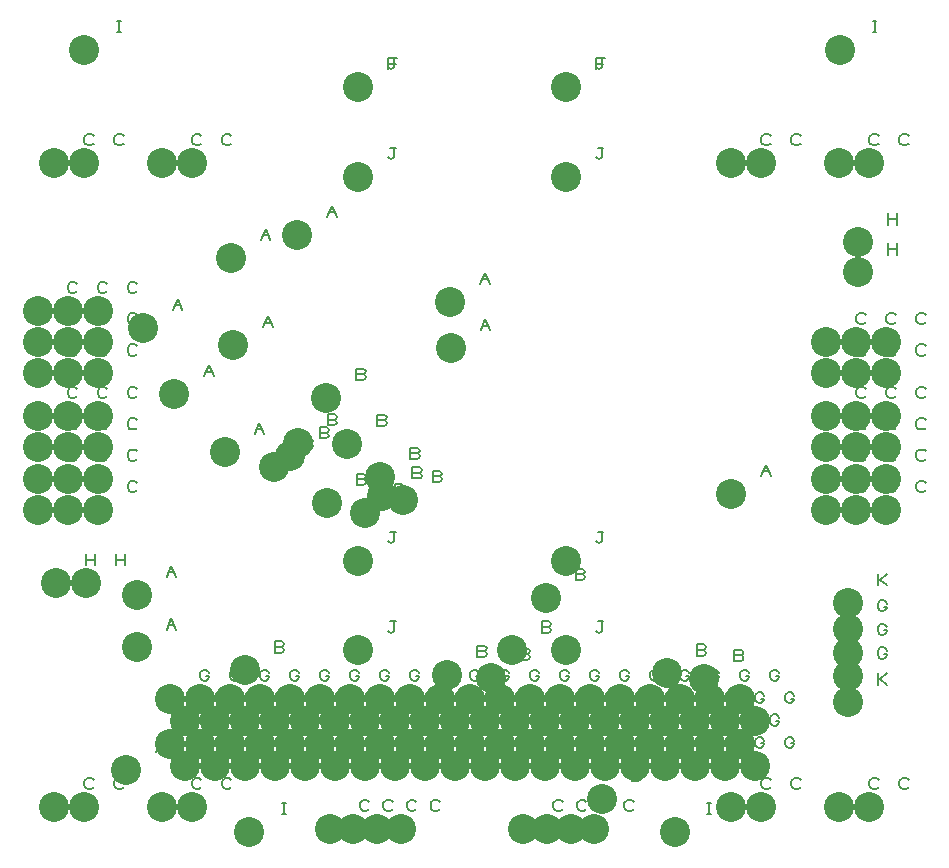
<source format=gbr>
G04 DesignSpark PCB Gerber Version 12.0 Build 5942*
%FSLAX35Y35*%
%MOMM*%
%ADD11C,0.12700*%
%ADD95C,2.54000*%
X0Y0D02*
D02*
D11*
X1105620Y4516930D02*
X1097680Y4508990D01*
X1081800Y4501050D01*
X1057990D01*
X1042120Y4508990D01*
X1034180Y4516930D01*
X1026240Y4532800D01*
Y4564550D01*
X1034180Y4580430D01*
X1042120Y4588370D01*
X1057990Y4596300D01*
X1081800D01*
X1097680Y4588370D01*
X1105620Y4580430D01*
Y4781930D02*
X1097680Y4773990D01*
X1081800Y4766050D01*
X1057990D01*
X1042120Y4773990D01*
X1034180Y4781930D01*
X1026240Y4797800D01*
Y4829550D01*
X1034180Y4845430D01*
X1042120Y4853370D01*
X1057990Y4861300D01*
X1081800D01*
X1097680Y4853370D01*
X1105620Y4845430D01*
Y5046930D02*
X1097680Y5038990D01*
X1081800Y5031050D01*
X1057990D01*
X1042120Y5038990D01*
X1034180Y5046930D01*
X1026240Y5062800D01*
Y5094550D01*
X1034180Y5110430D01*
X1042120Y5118370D01*
X1057990Y5126300D01*
X1081800D01*
X1097680Y5118370D01*
X1105620Y5110430D01*
Y5311930D02*
X1097680Y5303990D01*
X1081800Y5296050D01*
X1057990D01*
X1042120Y5303990D01*
X1034180Y5311930D01*
X1026240Y5327800D01*
Y5359550D01*
X1034180Y5375430D01*
X1042120Y5383370D01*
X1057990Y5391300D01*
X1081800D01*
X1097680Y5383370D01*
X1105620Y5375430D01*
Y5671930D02*
X1097680Y5663990D01*
X1081800Y5656050D01*
X1057990D01*
X1042120Y5663990D01*
X1034180Y5671930D01*
X1026240Y5687800D01*
Y5719550D01*
X1034180Y5735430D01*
X1042120Y5743370D01*
X1057990Y5751300D01*
X1081800D01*
X1097680Y5743370D01*
X1105620Y5735430D01*
Y5936930D02*
X1097680Y5928990D01*
X1081800Y5921050D01*
X1057990D01*
X1042120Y5928990D01*
X1034180Y5936930D01*
X1026240Y5952800D01*
Y5984550D01*
X1034180Y6000430D01*
X1042120Y6008370D01*
X1057990Y6016300D01*
X1081800D01*
X1097680Y6008370D01*
X1105620Y6000430D01*
Y6201930D02*
X1097680Y6193990D01*
X1081800Y6186050D01*
X1057990D01*
X1042120Y6193990D01*
X1034180Y6201930D01*
X1026240Y6217800D01*
Y6249550D01*
X1034180Y6265430D01*
X1042120Y6273370D01*
X1057990Y6281300D01*
X1081800D01*
X1097680Y6273370D01*
X1105620Y6265430D01*
X1248620Y2001930D02*
X1240680Y1993990D01*
X1224800Y1986050D01*
X1200990D01*
X1185120Y1993990D01*
X1177180Y2001930D01*
X1169240Y2017800D01*
Y2049550D01*
X1177180Y2065430D01*
X1185120Y2073370D01*
X1200990Y2081300D01*
X1224800D01*
X1240680Y2073370D01*
X1248620Y2065430D01*
Y7451930D02*
X1240680Y7443990D01*
X1224800Y7436050D01*
X1200990D01*
X1185120Y7443990D01*
X1177180Y7451930D01*
X1169240Y7467800D01*
Y7499550D01*
X1177180Y7515430D01*
X1185120Y7523370D01*
X1200990Y7531300D01*
X1224800D01*
X1240680Y7523370D01*
X1248620Y7515430D01*
X1180240Y3881050D02*
Y3976300D01*
Y3928680D02*
X1259620D01*
Y3881050D02*
Y3976300D01*
X1359620Y4516930D02*
X1351680Y4508990D01*
X1335800Y4501050D01*
X1311990D01*
X1296120Y4508990D01*
X1288180Y4516930D01*
X1280240Y4532800D01*
Y4564550D01*
X1288180Y4580430D01*
X1296120Y4588370D01*
X1311990Y4596300D01*
X1335800D01*
X1351680Y4588370D01*
X1359620Y4580430D01*
Y4781930D02*
X1351680Y4773990D01*
X1335800Y4766050D01*
X1311990D01*
X1296120Y4773990D01*
X1288180Y4781930D01*
X1280240Y4797800D01*
Y4829550D01*
X1288180Y4845430D01*
X1296120Y4853370D01*
X1311990Y4861300D01*
X1335800D01*
X1351680Y4853370D01*
X1359620Y4845430D01*
Y5046930D02*
X1351680Y5038990D01*
X1335800Y5031050D01*
X1311990D01*
X1296120Y5038990D01*
X1288180Y5046930D01*
X1280240Y5062800D01*
Y5094550D01*
X1288180Y5110430D01*
X1296120Y5118370D01*
X1311990Y5126300D01*
X1335800D01*
X1351680Y5118370D01*
X1359620Y5110430D01*
Y5311930D02*
X1351680Y5303990D01*
X1335800Y5296050D01*
X1311990D01*
X1296120Y5303990D01*
X1288180Y5311930D01*
X1280240Y5327800D01*
Y5359550D01*
X1288180Y5375430D01*
X1296120Y5383370D01*
X1311990Y5391300D01*
X1335800D01*
X1351680Y5383370D01*
X1359620Y5375430D01*
Y5671930D02*
X1351680Y5663990D01*
X1335800Y5656050D01*
X1311990D01*
X1296120Y5663990D01*
X1288180Y5671930D01*
X1280240Y5687800D01*
Y5719550D01*
X1288180Y5735430D01*
X1296120Y5743370D01*
X1311990Y5751300D01*
X1335800D01*
X1351680Y5743370D01*
X1359620Y5735430D01*
Y5936930D02*
X1351680Y5928990D01*
X1335800Y5921050D01*
X1311990D01*
X1296120Y5928990D01*
X1288180Y5936930D01*
X1280240Y5952800D01*
Y5984550D01*
X1288180Y6000430D01*
X1296120Y6008370D01*
X1311990Y6016300D01*
X1335800D01*
X1351680Y6008370D01*
X1359620Y6000430D01*
Y6201930D02*
X1351680Y6193990D01*
X1335800Y6186050D01*
X1311990D01*
X1296120Y6193990D01*
X1288180Y6201930D01*
X1280240Y6217800D01*
Y6249550D01*
X1288180Y6265430D01*
X1296120Y6273370D01*
X1311990Y6281300D01*
X1335800D01*
X1351680Y6273370D01*
X1359620Y6265430D01*
X1443050Y8396050D02*
X1474800D01*
X1458930D02*
Y8491300D01*
X1443050D02*
X1474800D01*
X1502620Y2001930D02*
X1494680Y1993990D01*
X1478800Y1986050D01*
X1454990D01*
X1439120Y1993990D01*
X1431180Y2001930D01*
X1423240Y2017800D01*
Y2049550D01*
X1431180Y2065430D01*
X1439120Y2073370D01*
X1454990Y2081300D01*
X1478800D01*
X1494680Y2073370D01*
X1502620Y2065430D01*
Y7451930D02*
X1494680Y7443990D01*
X1478800Y7436050D01*
X1454990D01*
X1439120Y7443990D01*
X1431180Y7451930D01*
X1423240Y7467800D01*
Y7499550D01*
X1431180Y7515430D01*
X1439120Y7523370D01*
X1454990Y7531300D01*
X1478800D01*
X1494680Y7523370D01*
X1502620Y7515430D01*
X1434240Y3881050D02*
Y3976300D01*
Y3928680D02*
X1513620D01*
Y3881050D02*
Y3976300D01*
X1613620Y4516930D02*
X1605680Y4508990D01*
X1589800Y4501050D01*
X1565990D01*
X1550120Y4508990D01*
X1542180Y4516930D01*
X1534240Y4532800D01*
Y4564550D01*
X1542180Y4580430D01*
X1550120Y4588370D01*
X1565990Y4596300D01*
X1589800D01*
X1605680Y4588370D01*
X1613620Y4580430D01*
Y4781930D02*
X1605680Y4773990D01*
X1589800Y4766050D01*
X1565990D01*
X1550120Y4773990D01*
X1542180Y4781930D01*
X1534240Y4797800D01*
Y4829550D01*
X1542180Y4845430D01*
X1550120Y4853370D01*
X1565990Y4861300D01*
X1589800D01*
X1605680Y4853370D01*
X1613620Y4845430D01*
Y5046930D02*
X1605680Y5038990D01*
X1589800Y5031050D01*
X1565990D01*
X1550120Y5038990D01*
X1542180Y5046930D01*
X1534240Y5062800D01*
Y5094550D01*
X1542180Y5110430D01*
X1550120Y5118370D01*
X1565990Y5126300D01*
X1589800D01*
X1605680Y5118370D01*
X1613620Y5110430D01*
Y5311930D02*
X1605680Y5303990D01*
X1589800Y5296050D01*
X1565990D01*
X1550120Y5303990D01*
X1542180Y5311930D01*
X1534240Y5327800D01*
Y5359550D01*
X1542180Y5375430D01*
X1550120Y5383370D01*
X1565990Y5391300D01*
X1589800D01*
X1605680Y5383370D01*
X1613620Y5375430D01*
Y5671930D02*
X1605680Y5663990D01*
X1589800Y5656050D01*
X1565990D01*
X1550120Y5663990D01*
X1542180Y5671930D01*
X1534240Y5687800D01*
Y5719550D01*
X1542180Y5735430D01*
X1550120Y5743370D01*
X1565990Y5751300D01*
X1589800D01*
X1605680Y5743370D01*
X1613620Y5735430D01*
Y5936930D02*
X1605680Y5928990D01*
X1589800Y5921050D01*
X1565990D01*
X1550120Y5928990D01*
X1542180Y5936930D01*
X1534240Y5952800D01*
Y5984550D01*
X1542180Y6000430D01*
X1550120Y6008370D01*
X1565990Y6016300D01*
X1589800D01*
X1605680Y6008370D01*
X1613620Y6000430D01*
Y6201930D02*
X1605680Y6193990D01*
X1589800Y6186050D01*
X1565990D01*
X1550120Y6193990D01*
X1542180Y6201930D01*
X1534240Y6217800D01*
Y6249550D01*
X1542180Y6265430D01*
X1550120Y6273370D01*
X1565990Y6281300D01*
X1589800D01*
X1605680Y6273370D01*
X1613620Y6265430D01*
X1774240Y2301050D02*
X1813930Y2396300D01*
X1853620Y2301050D01*
X1790120Y2340740D02*
X1837740D01*
X1864240Y3336050D02*
X1903930Y3431300D01*
X1943620Y3336050D01*
X1880120Y3375740D02*
X1927740D01*
X1864240Y3781050D02*
X1903930Y3876300D01*
X1943620Y3781050D01*
X1880120Y3820740D02*
X1927740D01*
X1919240Y6041050D02*
X1958930Y6136300D01*
X1998620Y6041050D01*
X1935120Y6080740D02*
X1982740D01*
X2158620Y2001930D02*
X2150680Y1993990D01*
X2134800Y1986050D01*
X2110990D01*
X2095120Y1993990D01*
X2087180Y2001930D01*
X2079240Y2017800D01*
Y2049550D01*
X2087180Y2065430D01*
X2095120Y2073370D01*
X2110990Y2081300D01*
X2134800D01*
X2150680Y2073370D01*
X2158620Y2065430D01*
Y7451930D02*
X2150680Y7443990D01*
X2134800Y7436050D01*
X2110990D01*
X2095120Y7443990D01*
X2087180Y7451930D01*
X2079240Y7467800D01*
Y7499550D01*
X2087180Y7515430D01*
X2095120Y7523370D01*
X2110990Y7531300D01*
X2134800D01*
X2150680Y7523370D01*
X2158620Y7515430D01*
X2201950Y2562240D02*
X2225770D01*
Y2554300D01*
X2217830Y2538430D01*
X2209890Y2530490D01*
X2194020Y2522550D01*
X2178140D01*
X2162270Y2530490D01*
X2154330Y2538430D01*
X2146390Y2554300D01*
Y2586050D01*
X2154330Y2601930D01*
X2162270Y2609870D01*
X2178140Y2617800D01*
X2194020D01*
X2209890Y2609870D01*
X2217830Y2601930D01*
X2225770Y2586050D01*
X2201950Y2942240D02*
X2225770D01*
Y2934300D01*
X2217830Y2918430D01*
X2209890Y2910490D01*
X2194020Y2902550D01*
X2178140D01*
X2162270Y2910490D01*
X2154330Y2918430D01*
X2146390Y2934300D01*
Y2966050D01*
X2154330Y2981930D01*
X2162270Y2989870D01*
X2178140Y2997800D01*
X2194020D01*
X2209890Y2989870D01*
X2217830Y2981930D01*
X2225770Y2966050D01*
X2184240Y5481050D02*
X2223930Y5576300D01*
X2263620Y5481050D01*
X2200120Y5520740D02*
X2247740D01*
X2328950Y2372240D02*
X2352770D01*
Y2364300D01*
X2344830Y2348430D01*
X2336890Y2340490D01*
X2321020Y2332550D01*
X2305140D01*
X2289270Y2340490D01*
X2281330Y2348430D01*
X2273390Y2364300D01*
Y2396050D01*
X2281330Y2411930D01*
X2289270Y2419870D01*
X2305140Y2427800D01*
X2321020D01*
X2336890Y2419870D01*
X2344830Y2411930D01*
X2352770Y2396050D01*
X2328950Y2752240D02*
X2352770D01*
Y2744300D01*
X2344830Y2728430D01*
X2336890Y2720490D01*
X2321020Y2712550D01*
X2305140D01*
X2289270Y2720490D01*
X2281330Y2728430D01*
X2273390Y2744300D01*
Y2776050D01*
X2281330Y2791930D01*
X2289270Y2799870D01*
X2305140Y2807800D01*
X2321020D01*
X2336890Y2799870D01*
X2344830Y2791930D01*
X2352770Y2776050D01*
X2412620Y2001930D02*
X2404680Y1993990D01*
X2388800Y1986050D01*
X2364990D01*
X2349120Y1993990D01*
X2341180Y2001930D01*
X2333240Y2017800D01*
Y2049550D01*
X2341180Y2065430D01*
X2349120Y2073370D01*
X2364990Y2081300D01*
X2388800D01*
X2404680Y2073370D01*
X2412620Y2065430D01*
Y7451930D02*
X2404680Y7443990D01*
X2388800Y7436050D01*
X2364990D01*
X2349120Y7443990D01*
X2341180Y7451930D01*
X2333240Y7467800D01*
Y7499550D01*
X2341180Y7515430D01*
X2349120Y7523370D01*
X2364990Y7531300D01*
X2388800D01*
X2404680Y7523370D01*
X2412620Y7515430D01*
X2455950Y2562240D02*
X2479770D01*
Y2554300D01*
X2471830Y2538430D01*
X2463890Y2530490D01*
X2448020Y2522550D01*
X2432140D01*
X2416270Y2530490D01*
X2408330Y2538430D01*
X2400390Y2554300D01*
Y2586050D01*
X2408330Y2601930D01*
X2416270Y2609870D01*
X2432140Y2617800D01*
X2448020D01*
X2463890Y2609870D01*
X2471830Y2601930D01*
X2479770Y2586050D01*
X2455950Y2942240D02*
X2479770D01*
Y2934300D01*
X2471830Y2918430D01*
X2463890Y2910490D01*
X2448020Y2902550D01*
X2432140D01*
X2416270Y2910490D01*
X2408330Y2918430D01*
X2400390Y2934300D01*
Y2966050D01*
X2408330Y2981930D01*
X2416270Y2989870D01*
X2432140Y2997800D01*
X2448020D01*
X2463890Y2989870D01*
X2471830Y2981930D01*
X2479770Y2966050D01*
X2582950Y2372240D02*
X2606770D01*
Y2364300D01*
X2598830Y2348430D01*
X2590890Y2340490D01*
X2575020Y2332550D01*
X2559140D01*
X2543270Y2340490D01*
X2535330Y2348430D01*
X2527390Y2364300D01*
Y2396050D01*
X2535330Y2411930D01*
X2543270Y2419870D01*
X2559140Y2427800D01*
X2575020D01*
X2590890Y2419870D01*
X2598830Y2411930D01*
X2606770Y2396050D01*
X2582950Y2752240D02*
X2606770D01*
Y2744300D01*
X2598830Y2728430D01*
X2590890Y2720490D01*
X2575020Y2712550D01*
X2559140D01*
X2543270Y2720490D01*
X2535330Y2728430D01*
X2527390Y2744300D01*
Y2776050D01*
X2535330Y2791930D01*
X2543270Y2799870D01*
X2559140Y2807800D01*
X2575020D01*
X2590890Y2799870D01*
X2598830Y2791930D01*
X2606770Y2776050D01*
X2609240Y4991050D02*
X2648930Y5086300D01*
X2688620Y4991050D01*
X2625120Y5030740D02*
X2672740D01*
X2709950Y2562240D02*
X2733770D01*
Y2554300D01*
X2725830Y2538430D01*
X2717890Y2530490D01*
X2702020Y2522550D01*
X2686140D01*
X2670270Y2530490D01*
X2662330Y2538430D01*
X2654390Y2554300D01*
Y2586050D01*
X2662330Y2601930D01*
X2670270Y2609870D01*
X2686140Y2617800D01*
X2702020D01*
X2717890Y2609870D01*
X2725830Y2601930D01*
X2733770Y2586050D01*
X2709950Y2942240D02*
X2733770D01*
Y2934300D01*
X2725830Y2918430D01*
X2717890Y2910490D01*
X2702020Y2902550D01*
X2686140D01*
X2670270Y2910490D01*
X2662330Y2918430D01*
X2654390Y2934300D01*
Y2966050D01*
X2662330Y2981930D01*
X2670270Y2989870D01*
X2686140Y2997800D01*
X2702020D01*
X2717890Y2989870D01*
X2725830Y2981930D01*
X2733770Y2966050D01*
X2664240Y6636050D02*
X2703930Y6731300D01*
X2743620Y6636050D01*
X2680120Y6675740D02*
X2727740D01*
X2684240Y5896050D02*
X2723930Y5991300D01*
X2763620Y5896050D01*
X2700120Y5935740D02*
X2747740D01*
X2836950Y2372240D02*
X2860770D01*
Y2364300D01*
X2852830Y2348430D01*
X2844890Y2340490D01*
X2829020Y2332550D01*
X2813140D01*
X2797270Y2340490D01*
X2789330Y2348430D01*
X2781390Y2364300D01*
Y2396050D01*
X2789330Y2411930D01*
X2797270Y2419870D01*
X2813140Y2427800D01*
X2829020D01*
X2844890Y2419870D01*
X2852830Y2411930D01*
X2860770Y2396050D01*
X2836950Y2752240D02*
X2860770D01*
Y2744300D01*
X2852830Y2728430D01*
X2844890Y2720490D01*
X2829020Y2712550D01*
X2813140D01*
X2797270Y2720490D01*
X2789330Y2728430D01*
X2781390Y2744300D01*
Y2776050D01*
X2789330Y2791930D01*
X2797270Y2799870D01*
X2813140Y2807800D01*
X2829020D01*
X2844890Y2799870D01*
X2852830Y2791930D01*
X2860770Y2776050D01*
X2836950Y3188680D02*
X2852830Y3180740D01*
X2860770Y3164870D01*
X2852830Y3148990D01*
X2836950Y3141050D01*
X2781390D01*
Y3236300D01*
X2836950D01*
X2852830Y3228370D01*
X2860770Y3212490D01*
X2852830Y3196620D01*
X2836950Y3188680D01*
X2781390D01*
X2843050Y1771050D02*
X2874800D01*
X2858930D02*
Y1866300D01*
X2843050D02*
X2874800D01*
X2963950Y2562240D02*
X2987770D01*
Y2554300D01*
X2979830Y2538430D01*
X2971890Y2530490D01*
X2956020Y2522550D01*
X2940140D01*
X2924270Y2530490D01*
X2916330Y2538430D01*
X2908390Y2554300D01*
Y2586050D01*
X2916330Y2601930D01*
X2924270Y2609870D01*
X2940140Y2617800D01*
X2956020D01*
X2971890Y2609870D01*
X2979830Y2601930D01*
X2987770Y2586050D01*
X2963950Y2942240D02*
X2987770D01*
Y2934300D01*
X2979830Y2918430D01*
X2971890Y2910490D01*
X2956020Y2902550D01*
X2940140D01*
X2924270Y2910490D01*
X2916330Y2918430D01*
X2908390Y2934300D01*
Y2966050D01*
X2916330Y2981930D01*
X2924270Y2989870D01*
X2940140Y2997800D01*
X2956020D01*
X2971890Y2989870D01*
X2979830Y2981930D01*
X2987770Y2966050D01*
X3079800Y4913680D02*
X3095680Y4905740D01*
X3103620Y4889870D01*
X3095680Y4873990D01*
X3079800Y4866050D01*
X3024240D01*
Y4961300D01*
X3079800D01*
X3095680Y4953370D01*
X3103620Y4937490D01*
X3095680Y4921620D01*
X3079800Y4913680D01*
X3024240D01*
X3090950Y2372240D02*
X3114770D01*
Y2364300D01*
X3106830Y2348430D01*
X3098890Y2340490D01*
X3083020Y2332550D01*
X3067140D01*
X3051270Y2340490D01*
X3043330Y2348430D01*
X3035390Y2364300D01*
Y2396050D01*
X3043330Y2411930D01*
X3051270Y2419870D01*
X3067140Y2427800D01*
X3083020D01*
X3098890Y2419870D01*
X3106830Y2411930D01*
X3114770Y2396050D01*
X3090950Y2752240D02*
X3114770D01*
Y2744300D01*
X3106830Y2728430D01*
X3098890Y2720490D01*
X3083020Y2712550D01*
X3067140D01*
X3051270Y2720490D01*
X3043330Y2728430D01*
X3035390Y2744300D01*
Y2776050D01*
X3043330Y2791930D01*
X3051270Y2799870D01*
X3067140Y2807800D01*
X3083020D01*
X3098890Y2799870D01*
X3106830Y2791930D01*
X3114770Y2776050D01*
X3214800Y5003680D02*
X3230680Y4995740D01*
X3238620Y4979870D01*
X3230680Y4963990D01*
X3214800Y4956050D01*
X3159240D01*
Y5051300D01*
X3214800D01*
X3230680Y5043370D01*
X3238620Y5027490D01*
X3230680Y5011620D01*
X3214800Y5003680D01*
X3159240D01*
X3217950Y2562240D02*
X3241770D01*
Y2554300D01*
X3233830Y2538430D01*
X3225890Y2530490D01*
X3210020Y2522550D01*
X3194140D01*
X3178270Y2530490D01*
X3170330Y2538430D01*
X3162390Y2554300D01*
Y2586050D01*
X3170330Y2601930D01*
X3178270Y2609870D01*
X3194140Y2617800D01*
X3210020D01*
X3225890Y2609870D01*
X3233830Y2601930D01*
X3241770Y2586050D01*
X3217950Y2942240D02*
X3241770D01*
Y2934300D01*
X3233830Y2918430D01*
X3225890Y2910490D01*
X3210020Y2902550D01*
X3194140D01*
X3178270Y2910490D01*
X3170330Y2918430D01*
X3162390Y2934300D01*
Y2966050D01*
X3170330Y2981930D01*
X3178270Y2989870D01*
X3194140Y2997800D01*
X3210020D01*
X3225890Y2989870D01*
X3233830Y2981930D01*
X3241770Y2966050D01*
X3224240Y6831050D02*
X3263930Y6926300D01*
X3303620Y6831050D01*
X3240120Y6870740D02*
X3287740D01*
X3284800Y5113680D02*
X3300680Y5105740D01*
X3308620Y5089870D01*
X3300680Y5073990D01*
X3284800Y5066050D01*
X3229240D01*
Y5161300D01*
X3284800D01*
X3300680Y5153370D01*
X3308620Y5137490D01*
X3300680Y5121620D01*
X3284800Y5113680D01*
X3229240D01*
X3344950Y2372240D02*
X3368770D01*
Y2364300D01*
X3360830Y2348430D01*
X3352890Y2340490D01*
X3337020Y2332550D01*
X3321140D01*
X3305270Y2340490D01*
X3297330Y2348430D01*
X3289390Y2364300D01*
Y2396050D01*
X3297330Y2411930D01*
X3305270Y2419870D01*
X3321140Y2427800D01*
X3337020D01*
X3352890Y2419870D01*
X3360830Y2411930D01*
X3368770Y2396050D01*
X3344950Y2752240D02*
X3368770D01*
Y2744300D01*
X3360830Y2728430D01*
X3352890Y2720490D01*
X3337020Y2712550D01*
X3321140D01*
X3305270Y2720490D01*
X3297330Y2728430D01*
X3289390Y2744300D01*
Y2776050D01*
X3297330Y2791930D01*
X3305270Y2799870D01*
X3321140Y2807800D01*
X3337020D01*
X3352890Y2799870D01*
X3360830Y2791930D01*
X3368770Y2776050D01*
X3471950Y2562240D02*
X3495770D01*
Y2554300D01*
X3487830Y2538430D01*
X3479890Y2530490D01*
X3464020Y2522550D01*
X3448140D01*
X3432270Y2530490D01*
X3424330Y2538430D01*
X3416390Y2554300D01*
Y2586050D01*
X3424330Y2601930D01*
X3432270Y2609870D01*
X3448140Y2617800D01*
X3464020D01*
X3479890Y2609870D01*
X3487830Y2601930D01*
X3495770Y2586050D01*
X3471950Y2942240D02*
X3495770D01*
Y2934300D01*
X3487830Y2918430D01*
X3479890Y2910490D01*
X3464020Y2902550D01*
X3448140D01*
X3432270Y2910490D01*
X3424330Y2918430D01*
X3416390Y2934300D01*
Y2966050D01*
X3424330Y2981930D01*
X3432270Y2989870D01*
X3448140Y2997800D01*
X3464020D01*
X3479890Y2989870D01*
X3487830Y2981930D01*
X3495770Y2966050D01*
X3524800Y5498680D02*
X3540680Y5490740D01*
X3548620Y5474870D01*
X3540680Y5458990D01*
X3524800Y5451050D01*
X3469240D01*
Y5546300D01*
X3524800D01*
X3540680Y5538370D01*
X3548620Y5522490D01*
X3540680Y5506620D01*
X3524800Y5498680D01*
X3469240D01*
X3529800Y4608680D02*
X3545680Y4600740D01*
X3553620Y4584870D01*
X3545680Y4568990D01*
X3529800Y4561050D01*
X3474240D01*
Y4656300D01*
X3529800D01*
X3545680Y4648370D01*
X3553620Y4632490D01*
X3545680Y4616620D01*
X3529800Y4608680D01*
X3474240D01*
X3578620Y1816930D02*
X3570680Y1808990D01*
X3554800Y1801050D01*
X3530990D01*
X3515120Y1808990D01*
X3507180Y1816930D01*
X3499240Y1832800D01*
Y1864550D01*
X3507180Y1880430D01*
X3515120Y1888370D01*
X3530990Y1896300D01*
X3554800D01*
X3570680Y1888370D01*
X3578620Y1880430D01*
X3598950Y2372240D02*
X3622770D01*
Y2364300D01*
X3614830Y2348430D01*
X3606890Y2340490D01*
X3591020Y2332550D01*
X3575140D01*
X3559270Y2340490D01*
X3551330Y2348430D01*
X3543390Y2364300D01*
Y2396050D01*
X3551330Y2411930D01*
X3559270Y2419870D01*
X3575140Y2427800D01*
X3591020D01*
X3606890Y2419870D01*
X3614830Y2411930D01*
X3622770Y2396050D01*
X3598950Y2752240D02*
X3622770D01*
Y2744300D01*
X3614830Y2728430D01*
X3606890Y2720490D01*
X3591020Y2712550D01*
X3575140D01*
X3559270Y2720490D01*
X3551330Y2728430D01*
X3543390Y2744300D01*
Y2776050D01*
X3551330Y2791930D01*
X3559270Y2799870D01*
X3575140Y2807800D01*
X3591020D01*
X3606890Y2799870D01*
X3614830Y2791930D01*
X3622770Y2776050D01*
X3704800Y5108680D02*
X3720680Y5100740D01*
X3728620Y5084870D01*
X3720680Y5068990D01*
X3704800Y5061050D01*
X3649240D01*
Y5156300D01*
X3704800D01*
X3720680Y5148370D01*
X3728620Y5132490D01*
X3720680Y5116620D01*
X3704800Y5108680D01*
X3649240D01*
X3725950Y2562240D02*
X3749770D01*
Y2554300D01*
X3741830Y2538430D01*
X3733890Y2530490D01*
X3718020Y2522550D01*
X3702140D01*
X3686270Y2530490D01*
X3678330Y2538430D01*
X3670390Y2554300D01*
Y2586050D01*
X3678330Y2601930D01*
X3686270Y2609870D01*
X3702140Y2617800D01*
X3718020D01*
X3733890Y2609870D01*
X3741830Y2601930D01*
X3749770Y2586050D01*
X3725950Y2942240D02*
X3749770D01*
Y2934300D01*
X3741830Y2918430D01*
X3733890Y2910490D01*
X3718020Y2902550D01*
X3702140D01*
X3686270Y2910490D01*
X3678330Y2918430D01*
X3670390Y2934300D01*
Y2966050D01*
X3678330Y2981930D01*
X3686270Y2989870D01*
X3702140Y2997800D01*
X3718020D01*
X3733890Y2989870D01*
X3741830Y2981930D01*
X3749770Y2966050D01*
X3778620Y1816930D02*
X3770680Y1808990D01*
X3754800Y1801050D01*
X3730990D01*
X3715120Y1808990D01*
X3707180Y1816930D01*
X3699240Y1832800D01*
Y1864550D01*
X3707180Y1880430D01*
X3715120Y1888370D01*
X3730990Y1896300D01*
X3754800D01*
X3770680Y1888370D01*
X3778620Y1880430D01*
X3739240Y3326930D02*
X3747180Y3318990D01*
X3763050Y3311050D01*
X3778930Y3318990D01*
X3786870Y3326930D01*
Y3406300D01*
X3802740D01*
X3786870D02*
X3755120D01*
X3739240Y4086930D02*
X3747180Y4078990D01*
X3763050Y4071050D01*
X3778930Y4078990D01*
X3786870Y4086930D01*
Y4166300D01*
X3802740D01*
X3786870D02*
X3755120D01*
X3739240Y7336930D02*
X3747180Y7328990D01*
X3763050Y7321050D01*
X3778930Y7328990D01*
X3786870Y7336930D01*
Y7416300D01*
X3802740D01*
X3786870D02*
X3755120D01*
X3739240Y8096930D02*
X3747180Y8088990D01*
X3763050Y8081050D01*
X3778930Y8088990D01*
X3786870Y8096930D01*
Y8176300D01*
X3802740D01*
X3786870D02*
X3755120D01*
X3739240Y8081050D02*
Y8176300D01*
X3818620D01*
X3802740Y8128680D02*
X3739240D01*
X3849800Y4518680D02*
X3865680Y4510740D01*
X3873620Y4494870D01*
X3865680Y4478990D01*
X3849800Y4471050D01*
X3794240D01*
Y4566300D01*
X3849800D01*
X3865680Y4558370D01*
X3873620Y4542490D01*
X3865680Y4526620D01*
X3849800Y4518680D01*
X3794240D01*
X3852950Y2372240D02*
X3876770D01*
Y2364300D01*
X3868830Y2348430D01*
X3860890Y2340490D01*
X3845020Y2332550D01*
X3829140D01*
X3813270Y2340490D01*
X3805330Y2348430D01*
X3797390Y2364300D01*
Y2396050D01*
X3805330Y2411930D01*
X3813270Y2419870D01*
X3829140Y2427800D01*
X3845020D01*
X3860890Y2419870D01*
X3868830Y2411930D01*
X3876770Y2396050D01*
X3852950Y2752240D02*
X3876770D01*
Y2744300D01*
X3868830Y2728430D01*
X3860890Y2720490D01*
X3845020Y2712550D01*
X3829140D01*
X3813270Y2720490D01*
X3805330Y2728430D01*
X3797390Y2744300D01*
Y2776050D01*
X3805330Y2791930D01*
X3813270Y2799870D01*
X3829140Y2807800D01*
X3845020D01*
X3860890Y2799870D01*
X3868830Y2791930D01*
X3876770Y2776050D01*
X3978620Y1816930D02*
X3970680Y1808990D01*
X3954800Y1801050D01*
X3930990D01*
X3915120Y1808990D01*
X3907180Y1816930D01*
X3899240Y1832800D01*
Y1864550D01*
X3907180Y1880430D01*
X3915120Y1888370D01*
X3930990Y1896300D01*
X3954800D01*
X3970680Y1888370D01*
X3978620Y1880430D01*
X3979950Y2562240D02*
X4003770D01*
Y2554300D01*
X3995830Y2538430D01*
X3987890Y2530490D01*
X3972020Y2522550D01*
X3956140D01*
X3940270Y2530490D01*
X3932330Y2538430D01*
X3924390Y2554300D01*
Y2586050D01*
X3932330Y2601930D01*
X3940270Y2609870D01*
X3956140Y2617800D01*
X3972020D01*
X3987890Y2609870D01*
X3995830Y2601930D01*
X4003770Y2586050D01*
X3979950Y2942240D02*
X4003770D01*
Y2934300D01*
X3995830Y2918430D01*
X3987890Y2910490D01*
X3972020Y2902550D01*
X3956140D01*
X3940270Y2910490D01*
X3932330Y2918430D01*
X3924390Y2934300D01*
Y2966050D01*
X3932330Y2981930D01*
X3940270Y2989870D01*
X3956140Y2997800D01*
X3972020D01*
X3987890Y2989870D01*
X3995830Y2981930D01*
X4003770Y2966050D01*
X3984800Y4828680D02*
X4000680Y4820740D01*
X4008620Y4804870D01*
X4000680Y4788990D01*
X3984800Y4781050D01*
X3929240D01*
Y4876300D01*
X3984800D01*
X4000680Y4868370D01*
X4008620Y4852490D01*
X4000680Y4836620D01*
X3984800Y4828680D01*
X3929240D01*
X3999800Y4663680D02*
X4015680Y4655740D01*
X4023620Y4639870D01*
X4015680Y4623990D01*
X3999800Y4616050D01*
X3944240D01*
Y4711300D01*
X3999800D01*
X4015680Y4703370D01*
X4023620Y4687490D01*
X4015680Y4671620D01*
X3999800Y4663680D01*
X3944240D01*
X4106950Y2372240D02*
X4130770D01*
Y2364300D01*
X4122830Y2348430D01*
X4114890Y2340490D01*
X4099020Y2332550D01*
X4083140D01*
X4067270Y2340490D01*
X4059330Y2348430D01*
X4051390Y2364300D01*
Y2396050D01*
X4059330Y2411930D01*
X4067270Y2419870D01*
X4083140Y2427800D01*
X4099020D01*
X4114890Y2419870D01*
X4122830Y2411930D01*
X4130770Y2396050D01*
X4106950Y2752240D02*
X4130770D01*
Y2744300D01*
X4122830Y2728430D01*
X4114890Y2720490D01*
X4099020Y2712550D01*
X4083140D01*
X4067270Y2720490D01*
X4059330Y2728430D01*
X4051390Y2744300D01*
Y2776050D01*
X4059330Y2791930D01*
X4067270Y2799870D01*
X4083140Y2807800D01*
X4099020D01*
X4114890Y2799870D01*
X4122830Y2791930D01*
X4130770Y2776050D01*
X4178620Y1816930D02*
X4170680Y1808990D01*
X4154800Y1801050D01*
X4130990D01*
X4115120Y1808990D01*
X4107180Y1816930D01*
X4099240Y1832800D01*
Y1864550D01*
X4107180Y1880430D01*
X4115120Y1888370D01*
X4130990Y1896300D01*
X4154800D01*
X4170680Y1888370D01*
X4178620Y1880430D01*
X4174800Y4633680D02*
X4190680Y4625740D01*
X4198620Y4609870D01*
X4190680Y4593990D01*
X4174800Y4586050D01*
X4119240D01*
Y4681300D01*
X4174800D01*
X4190680Y4673370D01*
X4198620Y4657490D01*
X4190680Y4641620D01*
X4174800Y4633680D01*
X4119240D01*
X4233950Y2562240D02*
X4257770D01*
Y2554300D01*
X4249830Y2538430D01*
X4241890Y2530490D01*
X4226020Y2522550D01*
X4210140D01*
X4194270Y2530490D01*
X4186330Y2538430D01*
X4178390Y2554300D01*
Y2586050D01*
X4186330Y2601930D01*
X4194270Y2609870D01*
X4210140Y2617800D01*
X4226020D01*
X4241890Y2609870D01*
X4249830Y2601930D01*
X4257770Y2586050D01*
X4233950Y2942240D02*
X4257770D01*
Y2934300D01*
X4249830Y2918430D01*
X4241890Y2910490D01*
X4226020Y2902550D01*
X4210140D01*
X4194270Y2910490D01*
X4186330Y2918430D01*
X4178390Y2934300D01*
Y2966050D01*
X4186330Y2981930D01*
X4194270Y2989870D01*
X4210140Y2997800D01*
X4226020D01*
X4241890Y2989870D01*
X4249830Y2981930D01*
X4257770Y2966050D01*
X4360950Y2372240D02*
X4384770D01*
Y2364300D01*
X4376830Y2348430D01*
X4368890Y2340490D01*
X4353020Y2332550D01*
X4337140D01*
X4321270Y2340490D01*
X4313330Y2348430D01*
X4305390Y2364300D01*
Y2396050D01*
X4313330Y2411930D01*
X4321270Y2419870D01*
X4337140Y2427800D01*
X4353020D01*
X4368890Y2419870D01*
X4376830Y2411930D01*
X4384770Y2396050D01*
X4360950Y2752240D02*
X4384770D01*
Y2744300D01*
X4376830Y2728430D01*
X4368890Y2720490D01*
X4353020Y2712550D01*
X4337140D01*
X4321270Y2720490D01*
X4313330Y2728430D01*
X4305390Y2744300D01*
Y2776050D01*
X4313330Y2791930D01*
X4321270Y2799870D01*
X4337140Y2807800D01*
X4353020D01*
X4368890Y2799870D01*
X4376830Y2791930D01*
X4384770Y2776050D01*
X4487950Y2562240D02*
X4511770D01*
Y2554300D01*
X4503830Y2538430D01*
X4495890Y2530490D01*
X4480020Y2522550D01*
X4464140D01*
X4448270Y2530490D01*
X4440330Y2538430D01*
X4432390Y2554300D01*
Y2586050D01*
X4440330Y2601930D01*
X4448270Y2609870D01*
X4464140Y2617800D01*
X4480020D01*
X4495890Y2609870D01*
X4503830Y2601930D01*
X4511770Y2586050D01*
X4487950Y2942240D02*
X4511770D01*
Y2934300D01*
X4503830Y2918430D01*
X4495890Y2910490D01*
X4480020Y2902550D01*
X4464140D01*
X4448270Y2910490D01*
X4440330Y2918430D01*
X4432390Y2934300D01*
Y2966050D01*
X4440330Y2981930D01*
X4448270Y2989870D01*
X4464140Y2997800D01*
X4480020D01*
X4495890Y2989870D01*
X4503830Y2981930D01*
X4511770Y2966050D01*
X4549800Y3153680D02*
X4565680Y3145740D01*
X4573620Y3129870D01*
X4565680Y3113990D01*
X4549800Y3106050D01*
X4494240D01*
Y3201300D01*
X4549800D01*
X4565680Y3193370D01*
X4573620Y3177490D01*
X4565680Y3161620D01*
X4549800Y3153680D01*
X4494240D01*
X4519240Y6261050D02*
X4558930Y6356300D01*
X4598620Y6261050D01*
X4535120Y6300740D02*
X4582740D01*
X4524240Y5871050D02*
X4563930Y5966300D01*
X4603620Y5871050D01*
X4540120Y5910740D02*
X4587740D01*
X4614950Y2372240D02*
X4638770D01*
Y2364300D01*
X4630830Y2348430D01*
X4622890Y2340490D01*
X4607020Y2332550D01*
X4591140D01*
X4575270Y2340490D01*
X4567330Y2348430D01*
X4559390Y2364300D01*
Y2396050D01*
X4567330Y2411930D01*
X4575270Y2419870D01*
X4591140Y2427800D01*
X4607020D01*
X4622890Y2419870D01*
X4630830Y2411930D01*
X4638770Y2396050D01*
X4614950Y2752240D02*
X4638770D01*
Y2744300D01*
X4630830Y2728430D01*
X4622890Y2720490D01*
X4607020Y2712550D01*
X4591140D01*
X4575270Y2720490D01*
X4567330Y2728430D01*
X4559390Y2744300D01*
Y2776050D01*
X4567330Y2791930D01*
X4575270Y2799870D01*
X4591140Y2807800D01*
X4607020D01*
X4622890Y2799870D01*
X4630830Y2791930D01*
X4638770Y2776050D01*
X4741950Y2562240D02*
X4765770D01*
Y2554300D01*
X4757830Y2538430D01*
X4749890Y2530490D01*
X4734020Y2522550D01*
X4718140D01*
X4702270Y2530490D01*
X4694330Y2538430D01*
X4686390Y2554300D01*
Y2586050D01*
X4694330Y2601930D01*
X4702270Y2609870D01*
X4718140Y2617800D01*
X4734020D01*
X4749890Y2609870D01*
X4757830Y2601930D01*
X4765770Y2586050D01*
X4741950Y2942240D02*
X4765770D01*
Y2934300D01*
X4757830Y2918430D01*
X4749890Y2910490D01*
X4734020Y2902550D01*
X4718140D01*
X4702270Y2910490D01*
X4694330Y2918430D01*
X4686390Y2934300D01*
Y2966050D01*
X4694330Y2981930D01*
X4702270Y2989870D01*
X4718140Y2997800D01*
X4734020D01*
X4749890Y2989870D01*
X4757830Y2981930D01*
X4765770Y2966050D01*
X4868950Y2372240D02*
X4892770D01*
Y2364300D01*
X4884830Y2348430D01*
X4876890Y2340490D01*
X4861020Y2332550D01*
X4845140D01*
X4829270Y2340490D01*
X4821330Y2348430D01*
X4813390Y2364300D01*
Y2396050D01*
X4821330Y2411930D01*
X4829270Y2419870D01*
X4845140Y2427800D01*
X4861020D01*
X4876890Y2419870D01*
X4884830Y2411930D01*
X4892770Y2396050D01*
X4868950Y2752240D02*
X4892770D01*
Y2744300D01*
X4884830Y2728430D01*
X4876890Y2720490D01*
X4861020Y2712550D01*
X4845140D01*
X4829270Y2720490D01*
X4821330Y2728430D01*
X4813390Y2744300D01*
Y2776050D01*
X4821330Y2791930D01*
X4829270Y2799870D01*
X4845140Y2807800D01*
X4861020D01*
X4876890Y2799870D01*
X4884830Y2791930D01*
X4892770Y2776050D01*
X4919800Y3128680D02*
X4935680Y3120740D01*
X4943620Y3104870D01*
X4935680Y3088990D01*
X4919800Y3081050D01*
X4864240D01*
Y3176300D01*
X4919800D01*
X4935680Y3168370D01*
X4943620Y3152490D01*
X4935680Y3136620D01*
X4919800Y3128680D01*
X4864240D01*
X4995950Y2562240D02*
X5019770D01*
Y2554300D01*
X5011830Y2538430D01*
X5003890Y2530490D01*
X4988020Y2522550D01*
X4972140D01*
X4956270Y2530490D01*
X4948330Y2538430D01*
X4940390Y2554300D01*
Y2586050D01*
X4948330Y2601930D01*
X4956270Y2609870D01*
X4972140Y2617800D01*
X4988020D01*
X5003890Y2609870D01*
X5011830Y2601930D01*
X5019770Y2586050D01*
X4995950Y2942240D02*
X5019770D01*
Y2934300D01*
X5011830Y2918430D01*
X5003890Y2910490D01*
X4988020Y2902550D01*
X4972140D01*
X4956270Y2910490D01*
X4948330Y2918430D01*
X4940390Y2934300D01*
Y2966050D01*
X4948330Y2981930D01*
X4956270Y2989870D01*
X4972140Y2997800D01*
X4988020D01*
X5003890Y2989870D01*
X5011830Y2981930D01*
X5019770Y2966050D01*
X5094800Y3358680D02*
X5110680Y3350740D01*
X5118620Y3334870D01*
X5110680Y3318990D01*
X5094800Y3311050D01*
X5039240D01*
Y3406300D01*
X5094800D01*
X5110680Y3398370D01*
X5118620Y3382490D01*
X5110680Y3366620D01*
X5094800Y3358680D01*
X5039240D01*
X5122950Y2372240D02*
X5146770D01*
Y2364300D01*
X5138830Y2348430D01*
X5130890Y2340490D01*
X5115020Y2332550D01*
X5099140D01*
X5083270Y2340490D01*
X5075330Y2348430D01*
X5067390Y2364300D01*
Y2396050D01*
X5075330Y2411930D01*
X5083270Y2419870D01*
X5099140Y2427800D01*
X5115020D01*
X5130890Y2419870D01*
X5138830Y2411930D01*
X5146770Y2396050D01*
X5122950Y2752240D02*
X5146770D01*
Y2744300D01*
X5138830Y2728430D01*
X5130890Y2720490D01*
X5115020Y2712550D01*
X5099140D01*
X5083270Y2720490D01*
X5075330Y2728430D01*
X5067390Y2744300D01*
Y2776050D01*
X5075330Y2791930D01*
X5083270Y2799870D01*
X5099140Y2807800D01*
X5115020D01*
X5130890Y2799870D01*
X5138830Y2791930D01*
X5146770Y2776050D01*
X5218620Y1816930D02*
X5210680Y1808990D01*
X5194800Y1801050D01*
X5170990D01*
X5155120Y1808990D01*
X5147180Y1816930D01*
X5139240Y1832800D01*
Y1864550D01*
X5147180Y1880430D01*
X5155120Y1888370D01*
X5170990Y1896300D01*
X5194800D01*
X5210680Y1888370D01*
X5218620Y1880430D01*
X5249950Y2562240D02*
X5273770D01*
Y2554300D01*
X5265830Y2538430D01*
X5257890Y2530490D01*
X5242020Y2522550D01*
X5226140D01*
X5210270Y2530490D01*
X5202330Y2538430D01*
X5194390Y2554300D01*
Y2586050D01*
X5202330Y2601930D01*
X5210270Y2609870D01*
X5226140Y2617800D01*
X5242020D01*
X5257890Y2609870D01*
X5265830Y2601930D01*
X5273770Y2586050D01*
X5249950Y2942240D02*
X5273770D01*
Y2934300D01*
X5265830Y2918430D01*
X5257890Y2910490D01*
X5242020Y2902550D01*
X5226140D01*
X5210270Y2910490D01*
X5202330Y2918430D01*
X5194390Y2934300D01*
Y2966050D01*
X5202330Y2981930D01*
X5210270Y2989870D01*
X5226140Y2997800D01*
X5242020D01*
X5257890Y2989870D01*
X5265830Y2981930D01*
X5273770Y2966050D01*
X5376950Y2372240D02*
X5400770D01*
Y2364300D01*
X5392830Y2348430D01*
X5384890Y2340490D01*
X5369020Y2332550D01*
X5353140D01*
X5337270Y2340490D01*
X5329330Y2348430D01*
X5321390Y2364300D01*
Y2396050D01*
X5329330Y2411930D01*
X5337270Y2419870D01*
X5353140Y2427800D01*
X5369020D01*
X5384890Y2419870D01*
X5392830Y2411930D01*
X5400770Y2396050D01*
X5376950Y2752240D02*
X5400770D01*
Y2744300D01*
X5392830Y2728430D01*
X5384890Y2720490D01*
X5369020Y2712550D01*
X5353140D01*
X5337270Y2720490D01*
X5329330Y2728430D01*
X5321390Y2744300D01*
Y2776050D01*
X5329330Y2791930D01*
X5337270Y2799870D01*
X5353140Y2807800D01*
X5369020D01*
X5384890Y2799870D01*
X5392830Y2791930D01*
X5400770Y2776050D01*
X5384800Y3803680D02*
X5400680Y3795740D01*
X5408620Y3779870D01*
X5400680Y3763990D01*
X5384800Y3756050D01*
X5329240D01*
Y3851300D01*
X5384800D01*
X5400680Y3843370D01*
X5408620Y3827490D01*
X5400680Y3811620D01*
X5384800Y3803680D01*
X5329240D01*
X5418620Y1816930D02*
X5410680Y1808990D01*
X5394800Y1801050D01*
X5370990D01*
X5355120Y1808990D01*
X5347180Y1816930D01*
X5339240Y1832800D01*
Y1864550D01*
X5347180Y1880430D01*
X5355120Y1888370D01*
X5370990Y1896300D01*
X5394800D01*
X5410680Y1888370D01*
X5418620Y1880430D01*
X5503950Y2562240D02*
X5527770D01*
Y2554300D01*
X5519830Y2538430D01*
X5511890Y2530490D01*
X5496020Y2522550D01*
X5480140D01*
X5464270Y2530490D01*
X5456330Y2538430D01*
X5448390Y2554300D01*
Y2586050D01*
X5456330Y2601930D01*
X5464270Y2609870D01*
X5480140Y2617800D01*
X5496020D01*
X5511890Y2609870D01*
X5519830Y2601930D01*
X5527770Y2586050D01*
X5503950Y2942240D02*
X5527770D01*
Y2934300D01*
X5519830Y2918430D01*
X5511890Y2910490D01*
X5496020Y2902550D01*
X5480140D01*
X5464270Y2910490D01*
X5456330Y2918430D01*
X5448390Y2934300D01*
Y2966050D01*
X5456330Y2981930D01*
X5464270Y2989870D01*
X5480140Y2997800D01*
X5496020D01*
X5511890Y2989870D01*
X5519830Y2981930D01*
X5527770Y2966050D01*
X5499240Y3326930D02*
X5507180Y3318990D01*
X5523050Y3311050D01*
X5538930Y3318990D01*
X5546870Y3326930D01*
Y3406300D01*
X5562740D01*
X5546870D02*
X5515120D01*
X5499240Y4086930D02*
X5507180Y4078990D01*
X5523050Y4071050D01*
X5538930Y4078990D01*
X5546870Y4086930D01*
Y4166300D01*
X5562740D01*
X5546870D02*
X5515120D01*
X5499240Y7336930D02*
X5507180Y7328990D01*
X5523050Y7321050D01*
X5538930Y7328990D01*
X5546870Y7336930D01*
Y7416300D01*
X5562740D01*
X5546870D02*
X5515120D01*
X5499240Y8096930D02*
X5507180Y8088990D01*
X5523050Y8081050D01*
X5538930Y8088990D01*
X5546870Y8096930D01*
Y8176300D01*
X5562740D01*
X5546870D02*
X5515120D01*
X5499240Y8081050D02*
Y8176300D01*
X5578620D01*
X5562740Y8128680D02*
X5499240D01*
X5618620Y1816930D02*
X5610680Y1808990D01*
X5594800Y1801050D01*
X5570990D01*
X5555120Y1808990D01*
X5547180Y1816930D01*
X5539240Y1832800D01*
Y1864550D01*
X5547180Y1880430D01*
X5555120Y1888370D01*
X5570990Y1896300D01*
X5594800D01*
X5610680Y1888370D01*
X5618620Y1880430D01*
X5630950Y2372240D02*
X5654770D01*
Y2364300D01*
X5646830Y2348430D01*
X5638890Y2340490D01*
X5623020Y2332550D01*
X5607140D01*
X5591270Y2340490D01*
X5583330Y2348430D01*
X5575390Y2364300D01*
Y2396050D01*
X5583330Y2411930D01*
X5591270Y2419870D01*
X5607140Y2427800D01*
X5623020D01*
X5638890Y2419870D01*
X5646830Y2411930D01*
X5654770Y2396050D01*
X5630950Y2752240D02*
X5654770D01*
Y2744300D01*
X5646830Y2728430D01*
X5638890Y2720490D01*
X5623020Y2712550D01*
X5607140D01*
X5591270Y2720490D01*
X5583330Y2728430D01*
X5575390Y2744300D01*
Y2776050D01*
X5583330Y2791930D01*
X5591270Y2799870D01*
X5607140Y2807800D01*
X5623020D01*
X5638890Y2799870D01*
X5646830Y2791930D01*
X5654770Y2776050D01*
X5757950Y2562240D02*
X5781770D01*
Y2554300D01*
X5773830Y2538430D01*
X5765890Y2530490D01*
X5750020Y2522550D01*
X5734140D01*
X5718270Y2530490D01*
X5710330Y2538430D01*
X5702390Y2554300D01*
Y2586050D01*
X5710330Y2601930D01*
X5718270Y2609870D01*
X5734140Y2617800D01*
X5750020D01*
X5765890Y2609870D01*
X5773830Y2601930D01*
X5781770Y2586050D01*
X5757950Y2942240D02*
X5781770D01*
Y2934300D01*
X5773830Y2918430D01*
X5765890Y2910490D01*
X5750020Y2902550D01*
X5734140D01*
X5718270Y2910490D01*
X5710330Y2918430D01*
X5702390Y2934300D01*
Y2966050D01*
X5710330Y2981930D01*
X5718270Y2989870D01*
X5734140Y2997800D01*
X5750020D01*
X5765890Y2989870D01*
X5773830Y2981930D01*
X5781770Y2966050D01*
X5818620Y1816930D02*
X5810680Y1808990D01*
X5794800Y1801050D01*
X5770990D01*
X5755120Y1808990D01*
X5747180Y1816930D01*
X5739240Y1832800D01*
Y1864550D01*
X5747180Y1880430D01*
X5755120Y1888370D01*
X5770990Y1896300D01*
X5794800D01*
X5810680Y1888370D01*
X5818620Y1880430D01*
X5859800Y2098680D02*
X5875680Y2090740D01*
X5883620Y2074870D01*
X5875680Y2058990D01*
X5859800Y2051050D01*
X5804240D01*
Y2146300D01*
X5859800D01*
X5875680Y2138370D01*
X5883620Y2122490D01*
X5875680Y2106620D01*
X5859800Y2098680D01*
X5804240D01*
X5884950Y2372240D02*
X5908770D01*
Y2364300D01*
X5900830Y2348430D01*
X5892890Y2340490D01*
X5877020Y2332550D01*
X5861140D01*
X5845270Y2340490D01*
X5837330Y2348430D01*
X5829390Y2364300D01*
Y2396050D01*
X5837330Y2411930D01*
X5845270Y2419870D01*
X5861140Y2427800D01*
X5877020D01*
X5892890Y2419870D01*
X5900830Y2411930D01*
X5908770Y2396050D01*
X5884950Y2752240D02*
X5908770D01*
Y2744300D01*
X5900830Y2728430D01*
X5892890Y2720490D01*
X5877020Y2712550D01*
X5861140D01*
X5845270Y2720490D01*
X5837330Y2728430D01*
X5829390Y2744300D01*
Y2776050D01*
X5837330Y2791930D01*
X5845270Y2799870D01*
X5861140Y2807800D01*
X5877020D01*
X5892890Y2799870D01*
X5900830Y2791930D01*
X5908770Y2776050D01*
X6011950Y2562240D02*
X6035770D01*
Y2554300D01*
X6027830Y2538430D01*
X6019890Y2530490D01*
X6004020Y2522550D01*
X5988140D01*
X5972270Y2530490D01*
X5964330Y2538430D01*
X5956390Y2554300D01*
Y2586050D01*
X5964330Y2601930D01*
X5972270Y2609870D01*
X5988140Y2617800D01*
X6004020D01*
X6019890Y2609870D01*
X6027830Y2601930D01*
X6035770Y2586050D01*
X6011950Y2942240D02*
X6035770D01*
Y2934300D01*
X6027830Y2918430D01*
X6019890Y2910490D01*
X6004020Y2902550D01*
X5988140D01*
X5972270Y2910490D01*
X5964330Y2918430D01*
X5956390Y2934300D01*
Y2966050D01*
X5964330Y2981930D01*
X5972270Y2989870D01*
X5988140Y2997800D01*
X6004020D01*
X6019890Y2989870D01*
X6027830Y2981930D01*
X6035770Y2966050D01*
X6138950Y2372240D02*
X6162770D01*
Y2364300D01*
X6154830Y2348430D01*
X6146890Y2340490D01*
X6131020Y2332550D01*
X6115140D01*
X6099270Y2340490D01*
X6091330Y2348430D01*
X6083390Y2364300D01*
Y2396050D01*
X6091330Y2411930D01*
X6099270Y2419870D01*
X6115140Y2427800D01*
X6131020D01*
X6146890Y2419870D01*
X6154830Y2411930D01*
X6162770Y2396050D01*
X6138950Y2752240D02*
X6162770D01*
Y2744300D01*
X6154830Y2728430D01*
X6146890Y2720490D01*
X6131020Y2712550D01*
X6115140D01*
X6099270Y2720490D01*
X6091330Y2728430D01*
X6083390Y2744300D01*
Y2776050D01*
X6091330Y2791930D01*
X6099270Y2799870D01*
X6115140Y2807800D01*
X6131020D01*
X6146890Y2799870D01*
X6154830Y2791930D01*
X6162770Y2776050D01*
X6265950Y2562240D02*
X6289770D01*
Y2554300D01*
X6281830Y2538430D01*
X6273890Y2530490D01*
X6258020Y2522550D01*
X6242140D01*
X6226270Y2530490D01*
X6218330Y2538430D01*
X6210390Y2554300D01*
Y2586050D01*
X6218330Y2601930D01*
X6226270Y2609870D01*
X6242140Y2617800D01*
X6258020D01*
X6273890Y2609870D01*
X6281830Y2601930D01*
X6289770Y2586050D01*
X6265950Y2942240D02*
X6289770D01*
Y2934300D01*
X6281830Y2918430D01*
X6273890Y2910490D01*
X6258020Y2902550D01*
X6242140D01*
X6226270Y2910490D01*
X6218330Y2918430D01*
X6210390Y2934300D01*
Y2966050D01*
X6218330Y2981930D01*
X6226270Y2989870D01*
X6242140Y2997800D01*
X6258020D01*
X6273890Y2989870D01*
X6281830Y2981930D01*
X6289770Y2966050D01*
X6392950Y2372240D02*
X6416770D01*
Y2364300D01*
X6408830Y2348430D01*
X6400890Y2340490D01*
X6385020Y2332550D01*
X6369140D01*
X6353270Y2340490D01*
X6345330Y2348430D01*
X6337390Y2364300D01*
Y2396050D01*
X6345330Y2411930D01*
X6353270Y2419870D01*
X6369140Y2427800D01*
X6385020D01*
X6400890Y2419870D01*
X6408830Y2411930D01*
X6416770Y2396050D01*
X6392950Y2752240D02*
X6416770D01*
Y2744300D01*
X6408830Y2728430D01*
X6400890Y2720490D01*
X6385020Y2712550D01*
X6369140D01*
X6353270Y2720490D01*
X6345330Y2728430D01*
X6337390Y2744300D01*
Y2776050D01*
X6345330Y2791930D01*
X6353270Y2799870D01*
X6369140Y2807800D01*
X6385020D01*
X6400890Y2799870D01*
X6408830Y2791930D01*
X6416770Y2776050D01*
X6409800Y3163680D02*
X6425680Y3155740D01*
X6433620Y3139870D01*
X6425680Y3123990D01*
X6409800Y3116050D01*
X6354240D01*
Y3211300D01*
X6409800D01*
X6425680Y3203370D01*
X6433620Y3187490D01*
X6425680Y3171620D01*
X6409800Y3163680D01*
X6354240D01*
X6443050Y1771050D02*
X6474800D01*
X6458930D02*
Y1866300D01*
X6443050D02*
X6474800D01*
X6519950Y2562240D02*
X6543770D01*
Y2554300D01*
X6535830Y2538430D01*
X6527890Y2530490D01*
X6512020Y2522550D01*
X6496140D01*
X6480270Y2530490D01*
X6472330Y2538430D01*
X6464390Y2554300D01*
Y2586050D01*
X6472330Y2601930D01*
X6480270Y2609870D01*
X6496140Y2617800D01*
X6512020D01*
X6527890Y2609870D01*
X6535830Y2601930D01*
X6543770Y2586050D01*
X6519950Y2942240D02*
X6543770D01*
Y2934300D01*
X6535830Y2918430D01*
X6527890Y2910490D01*
X6512020Y2902550D01*
X6496140D01*
X6480270Y2910490D01*
X6472330Y2918430D01*
X6464390Y2934300D01*
Y2966050D01*
X6472330Y2981930D01*
X6480270Y2989870D01*
X6496140Y2997800D01*
X6512020D01*
X6527890Y2989870D01*
X6535830Y2981930D01*
X6543770Y2966050D01*
X6646950Y2372240D02*
X6670770D01*
Y2364300D01*
X6662830Y2348430D01*
X6654890Y2340490D01*
X6639020Y2332550D01*
X6623140D01*
X6607270Y2340490D01*
X6599330Y2348430D01*
X6591390Y2364300D01*
Y2396050D01*
X6599330Y2411930D01*
X6607270Y2419870D01*
X6623140Y2427800D01*
X6639020D01*
X6654890Y2419870D01*
X6662830Y2411930D01*
X6670770Y2396050D01*
X6646950Y2752240D02*
X6670770D01*
Y2744300D01*
X6662830Y2728430D01*
X6654890Y2720490D01*
X6639020Y2712550D01*
X6623140D01*
X6607270Y2720490D01*
X6599330Y2728430D01*
X6591390Y2744300D01*
Y2776050D01*
X6599330Y2791930D01*
X6607270Y2799870D01*
X6623140Y2807800D01*
X6639020D01*
X6654890Y2799870D01*
X6662830Y2791930D01*
X6670770Y2776050D01*
X6724800Y3118680D02*
X6740680Y3110740D01*
X6748620Y3094870D01*
X6740680Y3078990D01*
X6724800Y3071050D01*
X6669240D01*
Y3166300D01*
X6724800D01*
X6740680Y3158370D01*
X6748620Y3142490D01*
X6740680Y3126620D01*
X6724800Y3118680D01*
X6669240D01*
X6773950Y2562240D02*
X6797770D01*
Y2554300D01*
X6789830Y2538430D01*
X6781890Y2530490D01*
X6766020Y2522550D01*
X6750140D01*
X6734270Y2530490D01*
X6726330Y2538430D01*
X6718390Y2554300D01*
Y2586050D01*
X6726330Y2601930D01*
X6734270Y2609870D01*
X6750140Y2617800D01*
X6766020D01*
X6781890Y2609870D01*
X6789830Y2601930D01*
X6797770Y2586050D01*
X6773950Y2942240D02*
X6797770D01*
Y2934300D01*
X6789830Y2918430D01*
X6781890Y2910490D01*
X6766020Y2902550D01*
X6750140D01*
X6734270Y2910490D01*
X6726330Y2918430D01*
X6718390Y2934300D01*
Y2966050D01*
X6726330Y2981930D01*
X6734270Y2989870D01*
X6750140Y2997800D01*
X6766020D01*
X6781890Y2989870D01*
X6789830Y2981930D01*
X6797770Y2966050D01*
X6900950Y2372240D02*
X6924770D01*
Y2364300D01*
X6916830Y2348430D01*
X6908890Y2340490D01*
X6893020Y2332550D01*
X6877140D01*
X6861270Y2340490D01*
X6853330Y2348430D01*
X6845390Y2364300D01*
Y2396050D01*
X6853330Y2411930D01*
X6861270Y2419870D01*
X6877140Y2427800D01*
X6893020D01*
X6908890Y2419870D01*
X6916830Y2411930D01*
X6924770Y2396050D01*
X6900950Y2752240D02*
X6924770D01*
Y2744300D01*
X6916830Y2728430D01*
X6908890Y2720490D01*
X6893020Y2712550D01*
X6877140D01*
X6861270Y2720490D01*
X6853330Y2728430D01*
X6845390Y2744300D01*
Y2776050D01*
X6853330Y2791930D01*
X6861270Y2799870D01*
X6877140Y2807800D01*
X6893020D01*
X6908890Y2799870D01*
X6916830Y2791930D01*
X6924770Y2776050D01*
X6978620Y2001930D02*
X6970680Y1993990D01*
X6954800Y1986050D01*
X6930990D01*
X6915120Y1993990D01*
X6907180Y2001930D01*
X6899240Y2017800D01*
Y2049550D01*
X6907180Y2065430D01*
X6915120Y2073370D01*
X6930990Y2081300D01*
X6954800D01*
X6970680Y2073370D01*
X6978620Y2065430D01*
X6899240Y4636050D02*
X6938930Y4731300D01*
X6978620Y4636050D01*
X6915120Y4675740D02*
X6962740D01*
X6978620Y7451930D02*
X6970680Y7443990D01*
X6954800Y7436050D01*
X6930990D01*
X6915120Y7443990D01*
X6907180Y7451930D01*
X6899240Y7467800D01*
Y7499550D01*
X6907180Y7515430D01*
X6915120Y7523370D01*
X6930990Y7531300D01*
X6954800D01*
X6970680Y7523370D01*
X6978620Y7515430D01*
X7027950Y2562240D02*
X7051770D01*
Y2554300D01*
X7043830Y2538430D01*
X7035890Y2530490D01*
X7020020Y2522550D01*
X7004140D01*
X6988270Y2530490D01*
X6980330Y2538430D01*
X6972390Y2554300D01*
Y2586050D01*
X6980330Y2601930D01*
X6988270Y2609870D01*
X7004140Y2617800D01*
X7020020D01*
X7035890Y2609870D01*
X7043830Y2601930D01*
X7051770Y2586050D01*
X7027950Y2942240D02*
X7051770D01*
Y2934300D01*
X7043830Y2918430D01*
X7035890Y2910490D01*
X7020020Y2902550D01*
X7004140D01*
X6988270Y2910490D01*
X6980330Y2918430D01*
X6972390Y2934300D01*
Y2966050D01*
X6980330Y2981930D01*
X6988270Y2989870D01*
X7004140Y2997800D01*
X7020020D01*
X7035890Y2989870D01*
X7043830Y2981930D01*
X7051770Y2966050D01*
X7154950Y2372240D02*
X7178770D01*
Y2364300D01*
X7170830Y2348430D01*
X7162890Y2340490D01*
X7147020Y2332550D01*
X7131140D01*
X7115270Y2340490D01*
X7107330Y2348430D01*
X7099390Y2364300D01*
Y2396050D01*
X7107330Y2411930D01*
X7115270Y2419870D01*
X7131140Y2427800D01*
X7147020D01*
X7162890Y2419870D01*
X7170830Y2411930D01*
X7178770Y2396050D01*
X7154950Y2752240D02*
X7178770D01*
Y2744300D01*
X7170830Y2728430D01*
X7162890Y2720490D01*
X7147020Y2712550D01*
X7131140D01*
X7115270Y2720490D01*
X7107330Y2728430D01*
X7099390Y2744300D01*
Y2776050D01*
X7107330Y2791930D01*
X7115270Y2799870D01*
X7131140Y2807800D01*
X7147020D01*
X7162890Y2799870D01*
X7170830Y2791930D01*
X7178770Y2776050D01*
X7232620Y2001930D02*
X7224680Y1993990D01*
X7208800Y1986050D01*
X7184990D01*
X7169120Y1993990D01*
X7161180Y2001930D01*
X7153240Y2017800D01*
Y2049550D01*
X7161180Y2065430D01*
X7169120Y2073370D01*
X7184990Y2081300D01*
X7208800D01*
X7224680Y2073370D01*
X7232620Y2065430D01*
Y7451930D02*
X7224680Y7443990D01*
X7208800Y7436050D01*
X7184990D01*
X7169120Y7443990D01*
X7161180Y7451930D01*
X7153240Y7467800D01*
Y7499550D01*
X7161180Y7515430D01*
X7169120Y7523370D01*
X7184990Y7531300D01*
X7208800D01*
X7224680Y7523370D01*
X7232620Y7515430D01*
X7783620Y4516930D02*
X7775680Y4508990D01*
X7759800Y4501050D01*
X7735990D01*
X7720120Y4508990D01*
X7712180Y4516930D01*
X7704240Y4532800D01*
Y4564550D01*
X7712180Y4580430D01*
X7720120Y4588370D01*
X7735990Y4596300D01*
X7759800D01*
X7775680Y4588370D01*
X7783620Y4580430D01*
Y4781930D02*
X7775680Y4773990D01*
X7759800Y4766050D01*
X7735990D01*
X7720120Y4773990D01*
X7712180Y4781930D01*
X7704240Y4797800D01*
Y4829550D01*
X7712180Y4845430D01*
X7720120Y4853370D01*
X7735990Y4861300D01*
X7759800D01*
X7775680Y4853370D01*
X7783620Y4845430D01*
Y5046930D02*
X7775680Y5038990D01*
X7759800Y5031050D01*
X7735990D01*
X7720120Y5038990D01*
X7712180Y5046930D01*
X7704240Y5062800D01*
Y5094550D01*
X7712180Y5110430D01*
X7720120Y5118370D01*
X7735990Y5126300D01*
X7759800D01*
X7775680Y5118370D01*
X7783620Y5110430D01*
Y5311930D02*
X7775680Y5303990D01*
X7759800Y5296050D01*
X7735990D01*
X7720120Y5303990D01*
X7712180Y5311930D01*
X7704240Y5327800D01*
Y5359550D01*
X7712180Y5375430D01*
X7720120Y5383370D01*
X7735990Y5391300D01*
X7759800D01*
X7775680Y5383370D01*
X7783620Y5375430D01*
Y5671930D02*
X7775680Y5663990D01*
X7759800Y5656050D01*
X7735990D01*
X7720120Y5663990D01*
X7712180Y5671930D01*
X7704240Y5687800D01*
Y5719550D01*
X7712180Y5735430D01*
X7720120Y5743370D01*
X7735990Y5751300D01*
X7759800D01*
X7775680Y5743370D01*
X7783620Y5735430D01*
Y5936930D02*
X7775680Y5928990D01*
X7759800Y5921050D01*
X7735990D01*
X7720120Y5928990D01*
X7712180Y5936930D01*
X7704240Y5952800D01*
Y5984550D01*
X7712180Y6000430D01*
X7720120Y6008370D01*
X7735990Y6016300D01*
X7759800D01*
X7775680Y6008370D01*
X7783620Y6000430D01*
X7893620Y2001930D02*
X7885680Y1993990D01*
X7869800Y1986050D01*
X7845990D01*
X7830120Y1993990D01*
X7822180Y2001930D01*
X7814240Y2017800D01*
Y2049550D01*
X7822180Y2065430D01*
X7830120Y2073370D01*
X7845990Y2081300D01*
X7869800D01*
X7885680Y2073370D01*
X7893620Y2065430D01*
Y7451930D02*
X7885680Y7443990D01*
X7869800Y7436050D01*
X7845990D01*
X7830120Y7443990D01*
X7822180Y7451930D01*
X7814240Y7467800D01*
Y7499550D01*
X7822180Y7515430D01*
X7830120Y7523370D01*
X7845990Y7531300D01*
X7869800D01*
X7885680Y7523370D01*
X7893620Y7515430D01*
X7843050Y8396050D02*
X7874800D01*
X7858930D02*
Y8491300D01*
X7843050D02*
X7874800D01*
X7884240Y2871050D02*
Y2966300D01*
Y2918680D02*
X7908050D01*
X7963620Y2966300D01*
X7908050Y2918680D02*
X7963620Y2871050D01*
X7939800Y3130740D02*
X7963620D01*
Y3122800D01*
X7955680Y3106930D01*
X7947740Y3098990D01*
X7931870Y3091050D01*
X7915990D01*
X7900120Y3098990D01*
X7892180Y3106930D01*
X7884240Y3122800D01*
Y3154550D01*
X7892180Y3170430D01*
X7900120Y3178370D01*
X7915990Y3186300D01*
X7931870D01*
X7947740Y3178370D01*
X7955680Y3170430D01*
X7963620Y3154550D01*
X7939800Y3330740D02*
X7963620D01*
Y3322800D01*
X7955680Y3306930D01*
X7947740Y3298990D01*
X7931870Y3291050D01*
X7915990D01*
X7900120Y3298990D01*
X7892180Y3306930D01*
X7884240Y3322800D01*
Y3354550D01*
X7892180Y3370430D01*
X7900120Y3378370D01*
X7915990Y3386300D01*
X7931870D01*
X7947740Y3378370D01*
X7955680Y3370430D01*
X7963620Y3354550D01*
X7939800Y3530740D02*
X7963620D01*
Y3522800D01*
X7955680Y3506930D01*
X7947740Y3498990D01*
X7931870Y3491050D01*
X7915990D01*
X7900120Y3498990D01*
X7892180Y3506930D01*
X7884240Y3522800D01*
Y3554550D01*
X7892180Y3570430D01*
X7900120Y3578370D01*
X7915990Y3586300D01*
X7931870D01*
X7947740Y3578370D01*
X7955680Y3570430D01*
X7963620Y3554550D01*
X7884240Y3711050D02*
Y3806300D01*
Y3758680D02*
X7908050D01*
X7963620Y3806300D01*
X7908050Y3758680D02*
X7963620Y3711050D01*
X8037620Y4516930D02*
X8029680Y4508990D01*
X8013800Y4501050D01*
X7989990D01*
X7974120Y4508990D01*
X7966180Y4516930D01*
X7958240Y4532800D01*
Y4564550D01*
X7966180Y4580430D01*
X7974120Y4588370D01*
X7989990Y4596300D01*
X8013800D01*
X8029680Y4588370D01*
X8037620Y4580430D01*
Y4781930D02*
X8029680Y4773990D01*
X8013800Y4766050D01*
X7989990D01*
X7974120Y4773990D01*
X7966180Y4781930D01*
X7958240Y4797800D01*
Y4829550D01*
X7966180Y4845430D01*
X7974120Y4853370D01*
X7989990Y4861300D01*
X8013800D01*
X8029680Y4853370D01*
X8037620Y4845430D01*
Y5046930D02*
X8029680Y5038990D01*
X8013800Y5031050D01*
X7989990D01*
X7974120Y5038990D01*
X7966180Y5046930D01*
X7958240Y5062800D01*
Y5094550D01*
X7966180Y5110430D01*
X7974120Y5118370D01*
X7989990Y5126300D01*
X8013800D01*
X8029680Y5118370D01*
X8037620Y5110430D01*
Y5311930D02*
X8029680Y5303990D01*
X8013800Y5296050D01*
X7989990D01*
X7974120Y5303990D01*
X7966180Y5311930D01*
X7958240Y5327800D01*
Y5359550D01*
X7966180Y5375430D01*
X7974120Y5383370D01*
X7989990Y5391300D01*
X8013800D01*
X8029680Y5383370D01*
X8037620Y5375430D01*
Y5671930D02*
X8029680Y5663990D01*
X8013800Y5656050D01*
X7989990D01*
X7974120Y5663990D01*
X7966180Y5671930D01*
X7958240Y5687800D01*
Y5719550D01*
X7966180Y5735430D01*
X7974120Y5743370D01*
X7989990Y5751300D01*
X8013800D01*
X8029680Y5743370D01*
X8037620Y5735430D01*
Y5936930D02*
X8029680Y5928990D01*
X8013800Y5921050D01*
X7989990D01*
X7974120Y5928990D01*
X7966180Y5936930D01*
X7958240Y5952800D01*
Y5984550D01*
X7966180Y6000430D01*
X7974120Y6008370D01*
X7989990Y6016300D01*
X8013800D01*
X8029680Y6008370D01*
X8037620Y6000430D01*
X7969240Y6511050D02*
Y6606300D01*
Y6558680D02*
X8048620D01*
Y6511050D02*
Y6606300D01*
X7969240Y6765050D02*
Y6860300D01*
Y6812680D02*
X8048620D01*
Y6765050D02*
Y6860300D01*
X8147620Y2001930D02*
X8139680Y1993990D01*
X8123800Y1986050D01*
X8099990D01*
X8084120Y1993990D01*
X8076180Y2001930D01*
X8068240Y2017800D01*
Y2049550D01*
X8076180Y2065430D01*
X8084120Y2073370D01*
X8099990Y2081300D01*
X8123800D01*
X8139680Y2073370D01*
X8147620Y2065430D01*
Y7451930D02*
X8139680Y7443990D01*
X8123800Y7436050D01*
X8099990D01*
X8084120Y7443990D01*
X8076180Y7451930D01*
X8068240Y7467800D01*
Y7499550D01*
X8076180Y7515430D01*
X8084120Y7523370D01*
X8099990Y7531300D01*
X8123800D01*
X8139680Y7523370D01*
X8147620Y7515430D01*
X8291620Y4516930D02*
X8283680Y4508990D01*
X8267800Y4501050D01*
X8243990D01*
X8228120Y4508990D01*
X8220180Y4516930D01*
X8212240Y4532800D01*
Y4564550D01*
X8220180Y4580430D01*
X8228120Y4588370D01*
X8243990Y4596300D01*
X8267800D01*
X8283680Y4588370D01*
X8291620Y4580430D01*
Y4781930D02*
X8283680Y4773990D01*
X8267800Y4766050D01*
X8243990D01*
X8228120Y4773990D01*
X8220180Y4781930D01*
X8212240Y4797800D01*
Y4829550D01*
X8220180Y4845430D01*
X8228120Y4853370D01*
X8243990Y4861300D01*
X8267800D01*
X8283680Y4853370D01*
X8291620Y4845430D01*
Y5046930D02*
X8283680Y5038990D01*
X8267800Y5031050D01*
X8243990D01*
X8228120Y5038990D01*
X8220180Y5046930D01*
X8212240Y5062800D01*
Y5094550D01*
X8220180Y5110430D01*
X8228120Y5118370D01*
X8243990Y5126300D01*
X8267800D01*
X8283680Y5118370D01*
X8291620Y5110430D01*
Y5311930D02*
X8283680Y5303990D01*
X8267800Y5296050D01*
X8243990D01*
X8228120Y5303990D01*
X8220180Y5311930D01*
X8212240Y5327800D01*
Y5359550D01*
X8220180Y5375430D01*
X8228120Y5383370D01*
X8243990Y5391300D01*
X8267800D01*
X8283680Y5383370D01*
X8291620Y5375430D01*
Y5671930D02*
X8283680Y5663990D01*
X8267800Y5656050D01*
X8243990D01*
X8228120Y5663990D01*
X8220180Y5671930D01*
X8212240Y5687800D01*
Y5719550D01*
X8220180Y5735430D01*
X8228120Y5743370D01*
X8243990Y5751300D01*
X8267800D01*
X8283680Y5743370D01*
X8291620Y5735430D01*
Y5936930D02*
X8283680Y5928990D01*
X8267800Y5921050D01*
X8243990D01*
X8228120Y5928990D01*
X8220180Y5936930D01*
X8212240Y5952800D01*
Y5984550D01*
X8220180Y6000430D01*
X8228120Y6008370D01*
X8243990Y6016300D01*
X8267800D01*
X8283680Y6008370D01*
X8291620Y6000430D01*
D02*
D95*
X772240Y4350240D03*
Y4615240D03*
Y4880240D03*
Y5145240D03*
Y5505240D03*
Y5770240D03*
Y6035240D03*
X915240Y1835240D03*
Y7285240D03*
X926240Y3730240D03*
X1026240Y4350240D03*
Y4615240D03*
Y4880240D03*
Y5145240D03*
Y5505240D03*
Y5770240D03*
Y6035240D03*
X1165240Y8245240D03*
X1169240Y1835240D03*
Y7285240D03*
X1180240Y3730240D03*
X1280240Y4350240D03*
Y4615240D03*
Y4880240D03*
Y5145240D03*
Y5505240D03*
Y5770240D03*
Y6035240D03*
X1520240Y2150240D03*
X1610240Y3185240D03*
Y3630240D03*
X1665240Y5890240D03*
X1825240Y1835240D03*
Y7285240D03*
X1892390Y2371740D03*
Y2751740D03*
X1930240Y5330240D03*
X2019390Y2181740D03*
Y2561740D03*
X2079240Y1835240D03*
Y7285240D03*
X2146390Y2371740D03*
Y2751740D03*
X2273390Y2181740D03*
Y2561740D03*
X2355240Y4840240D03*
X2400390Y2371740D03*
Y2751740D03*
X2410240Y6485240D03*
X2430240Y5745240D03*
X2527390Y2181740D03*
Y2561740D03*
Y2990240D03*
X2565240Y1620240D03*
X2654390Y2371740D03*
Y2751740D03*
X2770240Y4715240D03*
X2781390Y2181740D03*
Y2561740D03*
X2905240Y4805240D03*
X2908390Y2371740D03*
Y2751740D03*
X2970240Y6680240D03*
X2975240Y4915240D03*
X3035390Y2181740D03*
Y2561740D03*
X3162390Y2371740D03*
Y2751740D03*
X3215240Y5300240D03*
X3220240Y4410240D03*
X3245240Y1650240D03*
X3289390Y2181740D03*
Y2561740D03*
X3395240Y4910240D03*
X3416390Y2371740D03*
Y2751740D03*
X3445240Y1650240D03*
X3485240Y3160240D03*
Y3920240D03*
Y7170240D03*
Y7930240D03*
D03*
X3540240Y4320240D03*
X3543390Y2181740D03*
Y2561740D03*
X3645240Y1650240D03*
X3670390Y2371740D03*
Y2751740D03*
X3675240Y4630240D03*
X3690240Y4465240D03*
X3797390Y2181740D03*
Y2561740D03*
X3845240Y1650240D03*
X3865240Y4435240D03*
X3924390Y2371740D03*
Y2751740D03*
X4051390Y2181740D03*
Y2561740D03*
X4178390Y2371740D03*
Y2751740D03*
X4240240Y2955240D03*
X4265240Y6110240D03*
X4270240Y5720240D03*
X4305390Y2181740D03*
Y2561740D03*
X4432390Y2371740D03*
Y2751740D03*
X4559390Y2181740D03*
Y2561740D03*
X4610240Y2930240D03*
X4686390Y2371740D03*
Y2751740D03*
X4785240Y3160240D03*
X4813390Y2181740D03*
Y2561740D03*
X4885240Y1650240D03*
X4940390Y2371740D03*
Y2751740D03*
X5067390Y2181740D03*
Y2561740D03*
X5075240Y3605240D03*
X5085240Y1650240D03*
X5194390Y2371740D03*
Y2751740D03*
X5245240Y3160240D03*
Y3920240D03*
Y7170240D03*
Y7930240D03*
D03*
X5285240Y1650240D03*
X5321390Y2181740D03*
Y2561740D03*
X5448390Y2371740D03*
Y2751740D03*
X5485240Y1650240D03*
X5550240Y1900240D03*
X5575390Y2181740D03*
Y2561740D03*
X5702390Y2371740D03*
Y2751740D03*
X5829390Y2181740D03*
Y2561740D03*
X5956390Y2371740D03*
Y2751740D03*
X6083390Y2181740D03*
Y2561740D03*
X6100240Y2965240D03*
X6165240Y1620240D03*
X6210390Y2371740D03*
Y2751740D03*
X6337390Y2181740D03*
Y2561740D03*
X6415240Y2920240D03*
X6464390Y2371740D03*
Y2751740D03*
X6591390Y2181740D03*
Y2561740D03*
X6645240Y1835240D03*
Y4485240D03*
Y7285240D03*
X6718390Y2371740D03*
Y2751740D03*
X6845390Y2181740D03*
Y2561740D03*
X6899240Y1835240D03*
Y7285240D03*
X7450240Y4350240D03*
Y4615240D03*
Y4880240D03*
Y5145240D03*
Y5505240D03*
Y5770240D03*
X7560240Y1835240D03*
Y7285240D03*
X7565240Y8245240D03*
X7630240Y2720240D03*
Y2940240D03*
Y3140240D03*
Y3340240D03*
Y3560240D03*
X7704240Y4350240D03*
Y4615240D03*
Y4880240D03*
Y5145240D03*
Y5505240D03*
Y5770240D03*
X7715240Y6360240D03*
Y6614240D03*
X7814240Y1835240D03*
Y7285240D03*
X7958240Y4350240D03*
Y4615240D03*
Y4880240D03*
Y5145240D03*
Y5505240D03*
Y5770240D03*
X0Y0D02*
M02*

</source>
